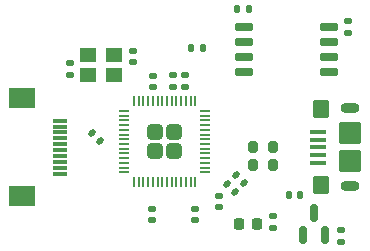
<source format=gtp>
G04 #@! TF.GenerationSoftware,KiCad,Pcbnew,7.0.0-da2b9df05c~165~ubuntu22.04.1*
G04 #@! TF.CreationDate,2023-08-11T13:03:54+00:00*
G04 #@! TF.ProjectId,sensus-breakout,73656e73-7573-42d6-9272-65616b6f7574,rev?*
G04 #@! TF.SameCoordinates,Original*
G04 #@! TF.FileFunction,Paste,Top*
G04 #@! TF.FilePolarity,Positive*
%FSLAX46Y46*%
G04 Gerber Fmt 4.6, Leading zero omitted, Abs format (unit mm)*
G04 Created by KiCad (PCBNEW 7.0.0-da2b9df05c~165~ubuntu22.04.1) date 2023-08-11 13:03:54*
%MOMM*%
%LPD*%
G01*
G04 APERTURE LIST*
G04 Aperture macros list*
%AMRoundRect*
0 Rectangle with rounded corners*
0 $1 Rounding radius*
0 $2 $3 $4 $5 $6 $7 $8 $9 X,Y pos of 4 corners*
0 Add a 4 corners polygon primitive as box body*
4,1,4,$2,$3,$4,$5,$6,$7,$8,$9,$2,$3,0*
0 Add four circle primitives for the rounded corners*
1,1,$1+$1,$2,$3*
1,1,$1+$1,$4,$5*
1,1,$1+$1,$6,$7*
1,1,$1+$1,$8,$9*
0 Add four rect primitives between the rounded corners*
20,1,$1+$1,$2,$3,$4,$5,0*
20,1,$1+$1,$4,$5,$6,$7,0*
20,1,$1+$1,$6,$7,$8,$9,0*
20,1,$1+$1,$8,$9,$2,$3,0*%
G04 Aperture macros list end*
%ADD10RoundRect,0.135000X0.135000X0.185000X-0.135000X0.185000X-0.135000X-0.185000X0.135000X-0.185000X0*%
%ADD11RoundRect,0.218750X-0.218750X-0.256250X0.218750X-0.256250X0.218750X0.256250X-0.218750X0.256250X0*%
%ADD12RoundRect,0.140000X-0.140000X-0.170000X0.140000X-0.170000X0.140000X0.170000X-0.140000X0.170000X0*%
%ADD13RoundRect,0.135000X0.185000X-0.135000X0.185000X0.135000X-0.185000X0.135000X-0.185000X-0.135000X0*%
%ADD14RoundRect,0.200000X0.200000X0.275000X-0.200000X0.275000X-0.200000X-0.275000X0.200000X-0.275000X0*%
%ADD15RoundRect,0.249999X-0.395001X0.395001X-0.395001X-0.395001X0.395001X-0.395001X0.395001X0.395001X0*%
%ADD16RoundRect,0.050000X-0.050000X0.387500X-0.050000X-0.387500X0.050000X-0.387500X0.050000X0.387500X0*%
%ADD17RoundRect,0.050000X-0.387500X0.050000X-0.387500X-0.050000X0.387500X-0.050000X0.387500X0.050000X0*%
%ADD18RoundRect,0.140000X-0.170000X0.140000X-0.170000X-0.140000X0.170000X-0.140000X0.170000X0.140000X0*%
%ADD19R,1.400000X1.200000*%
%ADD20RoundRect,0.140000X0.170000X-0.140000X0.170000X0.140000X-0.170000X0.140000X-0.170000X-0.140000X0*%
%ADD21RoundRect,0.135000X-0.185000X0.135000X-0.185000X-0.135000X0.185000X-0.135000X0.185000X0.135000X0*%
%ADD22RoundRect,0.150000X0.150000X-0.587500X0.150000X0.587500X-0.150000X0.587500X-0.150000X-0.587500X0*%
%ADD23RoundRect,0.100000X0.575000X-0.100000X0.575000X0.100000X-0.575000X0.100000X-0.575000X-0.100000X0*%
%ADD24O,1.600000X0.900000*%
%ADD25RoundRect,0.250000X0.450000X-0.550000X0.450000X0.550000X-0.450000X0.550000X-0.450000X-0.550000X0*%
%ADD26RoundRect,0.250000X0.700000X-0.700000X0.700000X0.700000X-0.700000X0.700000X-0.700000X-0.700000X0*%
%ADD27RoundRect,0.140000X0.219203X0.021213X0.021213X0.219203X-0.219203X-0.021213X-0.021213X-0.219203X0*%
%ADD28R,1.300000X0.300000*%
%ADD29R,2.200000X1.800000*%
%ADD30RoundRect,0.150000X-0.650000X-0.150000X0.650000X-0.150000X0.650000X0.150000X-0.650000X0.150000X0*%
%ADD31RoundRect,0.140000X-0.219203X-0.021213X-0.021213X-0.219203X0.219203X0.021213X0.021213X0.219203X0*%
G04 APERTURE END LIST*
D10*
G04 #@! TO.C,R3*
X148338000Y-97028000D03*
X147318000Y-97028000D03*
G04 #@! TD*
D11*
G04 #@! TO.C,D1*
X151358500Y-111887000D03*
X152933500Y-111887000D03*
G04 #@! TD*
D12*
G04 #@! TO.C,C1*
X155603000Y-109474000D03*
X156563000Y-109474000D03*
G04 #@! TD*
D13*
G04 #@! TO.C,R5*
X146812000Y-100332000D03*
X146812000Y-99312000D03*
G04 #@! TD*
D14*
G04 #@! TO.C,R1*
X154241000Y-105410000D03*
X152591000Y-105410000D03*
G04 #@! TD*
D15*
G04 #@! TO.C,U2*
X145907000Y-104140000D03*
X144307000Y-104140000D03*
X145907000Y-105740000D03*
X144307000Y-105740000D03*
D16*
X147707000Y-101502500D03*
X147307000Y-101502500D03*
X146907000Y-101502500D03*
X146507000Y-101502500D03*
X146107000Y-101502500D03*
X145707000Y-101502500D03*
X145307000Y-101502500D03*
X144907000Y-101502500D03*
X144507000Y-101502500D03*
X144107000Y-101502500D03*
X143707000Y-101502500D03*
X143307000Y-101502500D03*
X142907000Y-101502500D03*
X142507000Y-101502500D03*
D17*
X141669500Y-102340000D03*
X141669500Y-102740000D03*
X141669500Y-103140000D03*
X141669500Y-103540000D03*
X141669500Y-103940000D03*
X141669500Y-104340000D03*
X141669500Y-104740000D03*
X141669500Y-105140000D03*
X141669500Y-105540000D03*
X141669500Y-105940000D03*
X141669500Y-106340000D03*
X141669500Y-106740000D03*
X141669500Y-107140000D03*
X141669500Y-107540000D03*
D16*
X142507000Y-108377500D03*
X142907000Y-108377500D03*
X143307000Y-108377500D03*
X143707000Y-108377500D03*
X144107000Y-108377500D03*
X144507000Y-108377500D03*
X144907000Y-108377500D03*
X145307000Y-108377500D03*
X145707000Y-108377500D03*
X146107000Y-108377500D03*
X146507000Y-108377500D03*
X146907000Y-108377500D03*
X147307000Y-108377500D03*
X147707000Y-108377500D03*
D17*
X148544500Y-107540000D03*
X148544500Y-107140000D03*
X148544500Y-106740000D03*
X148544500Y-106340000D03*
X148544500Y-105940000D03*
X148544500Y-105540000D03*
X148544500Y-105140000D03*
X148544500Y-104740000D03*
X148544500Y-104340000D03*
X148544500Y-103940000D03*
X148544500Y-103540000D03*
X148544500Y-103140000D03*
X148544500Y-102740000D03*
X148544500Y-102340000D03*
G04 #@! TD*
D18*
G04 #@! TO.C,C2*
X160020000Y-112451000D03*
X160020000Y-113411000D03*
G04 #@! TD*
D19*
G04 #@! TO.C,Y1*
X140842999Y-97613999D03*
X138642999Y-97613999D03*
X138642999Y-99313999D03*
X140842999Y-99313999D03*
G04 #@! TD*
D20*
G04 #@! TO.C,C4*
X142453000Y-98221000D03*
X142453000Y-97261000D03*
G04 #@! TD*
D14*
G04 #@! TO.C,R2*
X154241000Y-106934000D03*
X152591000Y-106934000D03*
G04 #@! TD*
D21*
G04 #@! TO.C,R6*
X145796000Y-99310001D03*
X145796000Y-100330001D03*
G04 #@! TD*
D20*
G04 #@! TO.C,C6*
X144018000Y-111577000D03*
X144018000Y-110617000D03*
G04 #@! TD*
G04 #@! TO.C,C7*
X147701000Y-111605000D03*
X147701000Y-110645000D03*
G04 #@! TD*
D22*
G04 #@! TO.C,U1*
X156784000Y-112873001D03*
X158684000Y-112873001D03*
X157734000Y-110998001D03*
G04 #@! TD*
D18*
G04 #@! TO.C,C12*
X144145000Y-99370000D03*
X144145000Y-100330000D03*
G04 #@! TD*
D23*
G04 #@! TO.C,J5*
X158107000Y-106710000D03*
X158107000Y-106060000D03*
X158107000Y-105410000D03*
X158107000Y-104760000D03*
X158107000Y-104110000D03*
D24*
X160781999Y-108709999D03*
D25*
X158332000Y-108610000D03*
D26*
X160782000Y-106610000D03*
X160782000Y-104210000D03*
D25*
X158332000Y-102210000D03*
D24*
X160781999Y-102109999D03*
G04 #@! TD*
D27*
G04 #@! TO.C,C11*
X151088411Y-109178411D03*
X150409589Y-108499589D03*
G04 #@! TD*
D28*
G04 #@! TO.C,J1*
X136260999Y-103159999D03*
X136260999Y-103659999D03*
X136260999Y-104159999D03*
X136260999Y-104659999D03*
X136260999Y-105159999D03*
X136260999Y-105659999D03*
X136260999Y-106159999D03*
X136260999Y-106659999D03*
X136260999Y-107159999D03*
X136260999Y-107659999D03*
D29*
X133010999Y-101259999D03*
X133010999Y-109559999D03*
G04 #@! TD*
D18*
G04 #@! TO.C,C3*
X160655000Y-94742000D03*
X160655000Y-95702000D03*
G04 #@! TD*
D30*
G04 #@! TO.C,U3*
X151848000Y-95250000D03*
X151848000Y-96520000D03*
X151848000Y-97790000D03*
X151848000Y-99060000D03*
X159048000Y-99060000D03*
X159048000Y-97790000D03*
X159048000Y-96520000D03*
X159048000Y-95250000D03*
G04 #@! TD*
D27*
G04 #@! TO.C,C10*
X151850411Y-108416411D03*
X151171589Y-107737589D03*
G04 #@! TD*
D31*
G04 #@! TO.C,C9*
X138979589Y-104181589D03*
X139658411Y-104860411D03*
G04 #@! TD*
D20*
G04 #@! TO.C,C8*
X149733000Y-110462000D03*
X149733000Y-109502000D03*
G04 #@! TD*
D18*
G04 #@! TO.C,C5*
X137119000Y-98305000D03*
X137119000Y-99265000D03*
G04 #@! TD*
D13*
G04 #@! TO.C,R7*
X154305000Y-112270000D03*
X154305000Y-111250000D03*
G04 #@! TD*
D10*
G04 #@! TO.C,R4*
X152275000Y-93726000D03*
X151255000Y-93726000D03*
G04 #@! TD*
M02*

</source>
